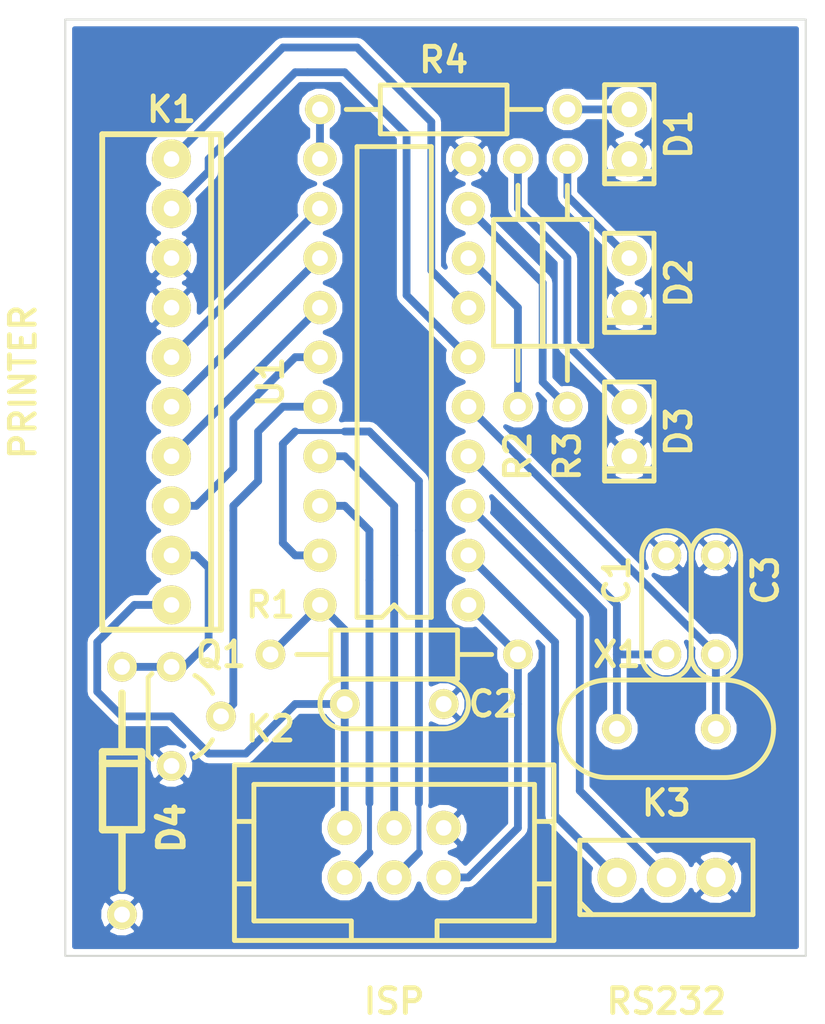
<source format=kicad_pcb>
(kicad_pcb (version 4) (host pcbnew "(2015-02-26 BZR 5453)-product")

  (general
    (links 42)
    (no_connects 0)
    (area 32.520048 49 78.000001 101.598)
    (thickness 1.6)
    (drawings 4)
    (tracks 104)
    (zones 0)
    (modules 17)
    (nets 25)
  )

  (page A4)
  (title_block
    (title Haxmark)
    (rev A)
    (company fruchti)
  )

  (layers
    (0 F.Cu signal)
    (31 B.Cu signal)
    (32 B.Adhes user)
    (33 F.Adhes user)
    (34 B.Paste user)
    (35 F.Paste user)
    (36 B.SilkS user)
    (37 F.SilkS user)
    (38 B.Mask user)
    (39 F.Mask user)
    (40 Dwgs.User user)
    (41 Cmts.User user)
    (42 Eco1.User user)
    (43 Eco2.User user)
    (44 Edge.Cuts user)
    (45 Margin user)
    (46 B.CrtYd user)
    (47 F.CrtYd user)
    (48 B.Fab user)
    (49 F.Fab user)
  )

  (setup
    (last_trace_width 0.254)
    (user_trace_width 0.4)
    (trace_clearance 0.254)
    (zone_clearance 0.3)
    (zone_45_only no)
    (trace_min 0.254)
    (segment_width 0.2)
    (edge_width 0.1)
    (via_size 0.889)
    (via_drill 0.635)
    (via_min_size 0.889)
    (via_min_drill 0.508)
    (uvia_size 0.508)
    (uvia_drill 0.127)
    (uvias_allowed no)
    (uvia_min_size 0.508)
    (uvia_min_drill 0.127)
    (pcb_text_width 0.3)
    (pcb_text_size 1.5 1.5)
    (mod_edge_width 0.15)
    (mod_text_size 1 1)
    (mod_text_width 0.15)
    (pad_size 1.75 1.75)
    (pad_drill 0.8001)
    (pad_to_mask_clearance 0)
    (aux_axis_origin 0 0)
    (visible_elements FFFFFF7F)
    (pcbplotparams
      (layerselection 0x00020_00000000)
      (usegerberextensions false)
      (excludeedgelayer false)
      (linewidth 0.100000)
      (plotframeref false)
      (viasonmask false)
      (mode 1)
      (useauxorigin false)
      (hpglpennumber 1)
      (hpglpenspeed 20)
      (hpglpendiameter 15)
      (hpglpenoverlay 2)
      (psnegative false)
      (psa4output false)
      (plotreference true)
      (plotvalue true)
      (plotinvisibletext false)
      (padsonsilk true)
      (subtractmaskfromsilk false)
      (outputformat 2)
      (mirror false)
      (drillshape 1)
      (scaleselection 1)
      (outputdirectory ""))
  )

  (net 0 "")
  (net 1 "Net-(C1-Pad1)")
  (net 2 GND)
  (net 3 +5V)
  (net 4 "Net-(C3-Pad1)")
  (net 5 "Net-(D1-Pad1)")
  (net 6 "Net-(D2-Pad1)")
  (net 7 "Net-(D3-Pad1)")
  (net 8 /CLUTCH)
  (net 9 /HALL)
  (net 10 /OPPN)
  (net 11 /EXIT)
  (net 12 /MPF)
  (net 13 /PIN)
  (net 14 /NPIN)
  (net 15 /MOSI)
  (net 16 /MISO)
  (net 17 /SCK)
  (net 18 /RESET)
  (net 19 "Net-(K3-Pad1)")
  (net 20 "Net-(K3-Pad2)")
  (net 21 /CLTCH)
  (net 22 "Net-(R2-Pad1)")
  (net 23 "Net-(R3-Pad1)")
  (net 24 "Net-(R4-Pad1)")

  (net_class Default "This is the default net class."
    (clearance 0.254)
    (trace_width 0.254)
    (via_dia 0.889)
    (via_drill 0.635)
    (uvia_dia 0.508)
    (uvia_drill 0.127)
    (add_net +5V)
    (add_net /CLTCH)
    (add_net /CLUTCH)
    (add_net /EXIT)
    (add_net /HALL)
    (add_net /MISO)
    (add_net /MOSI)
    (add_net /MPF)
    (add_net /NPIN)
    (add_net /OPPN)
    (add_net /PIN)
    (add_net /RESET)
    (add_net /SCK)
    (add_net GND)
    (add_net "Net-(C1-Pad1)")
    (add_net "Net-(C3-Pad1)")
    (add_net "Net-(D1-Pad1)")
    (add_net "Net-(D2-Pad1)")
    (add_net "Net-(D3-Pad1)")
    (add_net "Net-(K3-Pad1)")
    (add_net "Net-(K3-Pad2)")
    (add_net "Net-(R2-Pad1)")
    (add_net "Net-(R3-Pad1)")
    (add_net "Net-(R4-Pad1)")
  )

  (module rcl:C_200 (layer F.Cu) (tedit 5542584F) (tstamp 553A723F)
    (at 69.85 80.01 90)
    (path /553A6EFF)
    (fp_text reference C1 (at 1.27 -2.54 90) (layer F.SilkS)
      (effects (font (size 1.27 1.27) (thickness 0.25)))
    )
    (fp_text value 22p (at 0 2.54 90) (layer F.SilkS) hide
      (effects (font (size 1.27 1.27) (thickness 0.25)))
    )
    (fp_line (start 2.54 1.27) (end -2.54 1.27) (layer F.SilkS) (width 0.25))
    (fp_line (start 2.54 -1.27) (end -2.54 -1.27) (layer F.SilkS) (width 0.25))
    (fp_arc (start 2.54 0) (end 3.81 0) (angle 90) (layer F.SilkS) (width 0.25))
    (fp_arc (start 2.54 0) (end 2.54 -1.27) (angle 90) (layer F.SilkS) (width 0.25))
    (fp_arc (start -2.54 0) (end -2.54 1.27) (angle 90) (layer F.SilkS) (width 0.25))
    (fp_arc (start -2.54 0) (end -3.81 0) (angle 90) (layer F.SilkS) (width 0.25))
    (pad 1 thru_hole circle (at -2.54 0 90) (size 1.524 1.524) (drill 0.8128) (layers *.Cu *.Mask F.SilkS)
      (net 1 "Net-(C1-Pad1)"))
    (pad 2 thru_hole circle (at 2.54 0 90) (size 1.524 1.524) (drill 0.8128) (layers *.Cu *.Mask F.SilkS)
      (net 2 GND))
  )

  (module rcl:C_200 (layer F.Cu) (tedit 55425793) (tstamp 553A7245)
    (at 55.88 85.09)
    (path /553A704D)
    (fp_text reference C2 (at 5.08 0) (layer F.SilkS)
      (effects (font (size 1.27 1.27) (thickness 0.25)))
    )
    (fp_text value 100n (at 0 2.54) (layer F.SilkS) hide
      (effects (font (size 1.27 1.27) (thickness 0.25)))
    )
    (fp_line (start 2.54 1.27) (end -2.54 1.27) (layer F.SilkS) (width 0.25))
    (fp_line (start 2.54 -1.27) (end -2.54 -1.27) (layer F.SilkS) (width 0.25))
    (fp_arc (start 2.54 0) (end 3.81 0) (angle 90) (layer F.SilkS) (width 0.25))
    (fp_arc (start 2.54 0) (end 2.54 -1.27) (angle 90) (layer F.SilkS) (width 0.25))
    (fp_arc (start -2.54 0) (end -2.54 1.27) (angle 90) (layer F.SilkS) (width 0.25))
    (fp_arc (start -2.54 0) (end -3.81 0) (angle 90) (layer F.SilkS) (width 0.25))
    (pad 1 thru_hole circle (at -2.54 0) (size 1.524 1.524) (drill 0.8128) (layers *.Cu *.Mask F.SilkS)
      (net 3 +5V))
    (pad 2 thru_hole circle (at 2.54 0) (size 1.524 1.524) (drill 0.8128) (layers *.Cu *.Mask F.SilkS)
      (net 2 GND))
  )

  (module rcl:C_200 (layer F.Cu) (tedit 55425853) (tstamp 553A724B)
    (at 72.39 80.01 90)
    (path /553A6EBB)
    (fp_text reference C3 (at 1.27 2.54 90) (layer F.SilkS)
      (effects (font (size 1.27 1.27) (thickness 0.25)))
    )
    (fp_text value 22p (at 0 2.54 90) (layer F.SilkS) hide
      (effects (font (size 1.27 1.27) (thickness 0.25)))
    )
    (fp_line (start 2.54 1.27) (end -2.54 1.27) (layer F.SilkS) (width 0.25))
    (fp_line (start 2.54 -1.27) (end -2.54 -1.27) (layer F.SilkS) (width 0.25))
    (fp_arc (start 2.54 0) (end 3.81 0) (angle 90) (layer F.SilkS) (width 0.25))
    (fp_arc (start 2.54 0) (end 2.54 -1.27) (angle 90) (layer F.SilkS) (width 0.25))
    (fp_arc (start -2.54 0) (end -2.54 1.27) (angle 90) (layer F.SilkS) (width 0.25))
    (fp_arc (start -2.54 0) (end -3.81 0) (angle 90) (layer F.SilkS) (width 0.25))
    (pad 1 thru_hole circle (at -2.54 0 90) (size 1.524 1.524) (drill 0.8128) (layers *.Cu *.Mask F.SilkS)
      (net 4 "Net-(C3-Pad1)"))
    (pad 2 thru_hole circle (at 2.54 0 90) (size 1.524 1.524) (drill 0.8128) (layers *.Cu *.Mask F.SilkS)
      (net 2 GND))
  )

  (module do:DO35_500 (layer F.Cu) (tedit 55425782) (tstamp 553A7263)
    (at 41.91 89.535 90)
    (path /553A7553)
    (fp_text reference D4 (at -1.905 2.54 270) (layer F.SilkS)
      (effects (font (size 1.27 1.27) (thickness 0.3048)))
    )
    (fp_text value 36V (at -1.905 2.54 90) (layer F.SilkS) hide
      (effects (font (size 1.27 1.27) (thickness 0.3048)))
    )
    (fp_line (start 1.39954 1.00076) (end 1.39954 -1.00076) (layer F.SilkS) (width 0.381))
    (fp_line (start 1.99898 0) (end 5.00126 0) (layer F.SilkS) (width 0.381))
    (fp_line (start -1.99898 0) (end -5.00126 0) (layer F.SilkS) (width 0.381))
    (fp_line (start -1.99898 -1.00076) (end -1.99898 1.00076) (layer F.SilkS) (width 0.381))
    (fp_line (start -1.99898 1.00076) (end 1.99898 1.00076) (layer F.SilkS) (width 0.381))
    (fp_line (start 1.99898 1.00076) (end 1.99898 -1.00076) (layer F.SilkS) (width 0.381))
    (fp_line (start 1.99898 -1.00076) (end -1.99898 -1.00076) (layer F.SilkS) (width 0.381))
    (pad 1 thru_hole circle (at -6.35 0 90) (size 1.524 1.524) (drill 0.8128) (layers *.Cu *.Mask F.SilkS)
      (net 2 GND))
    (pad 2 thru_hole circle (at 6.35 0 90) (size 1.524 1.524) (drill 0.8128) (layers *.Cu *.Mask F.SilkS)
      (net 8 /CLUTCH))
  )

  (module conn:WSL6G (layer F.Cu) (tedit 5542583A) (tstamp 553A727B)
    (at 55.88 92.71)
    (path /553A6D83)
    (fp_text reference K2 (at -6.35 -6.35) (layer F.SilkS)
      (effects (font (size 1.27 1.27) (thickness 0.25)))
    )
    (fp_text value ISP (at 0 7.62) (layer F.SilkS)
      (effects (font (size 1.27 1.27) (thickness 0.25)))
    )
    (fp_line (start 8.19912 -1.6002) (end 7.2009 -1.6002) (layer F.SilkS) (width 0.25))
    (fp_line (start 8.19912 1.6002) (end 7.2009 1.6002) (layer F.SilkS) (width 0.25))
    (fp_line (start -7.2009 1.6002) (end -8.19912 1.6002) (layer F.SilkS) (width 0.25))
    (fp_line (start -7.2009 -1.6002) (end -8.19912 -1.6002) (layer F.SilkS) (width 0.25))
    (fp_line (start 2.19964 3.50012) (end 7.2009 3.50012) (layer F.SilkS) (width 0.25))
    (fp_line (start -7.2009 3.50012) (end -2.19964 3.50012) (layer F.SilkS) (width 0.25))
    (fp_line (start -7.2009 3.50012) (end -7.2009 -3.50012) (layer F.SilkS) (width 0.25))
    (fp_line (start -7.2009 -3.50012) (end 7.2009 -3.50012) (layer F.SilkS) (width 0.25))
    (fp_line (start 7.2009 -3.50012) (end 7.2009 3.50012) (layer F.SilkS) (width 0.25))
    (fp_line (start -2.19964 3.50012) (end -2.19964 4.50088) (layer F.SilkS) (width 0.25))
    (fp_line (start 2.19964 3.50012) (end 2.19964 4.50088) (layer F.SilkS) (width 0.25))
    (fp_line (start -8.19912 -4.50088) (end -8.19912 4.50088) (layer F.SilkS) (width 0.25))
    (fp_line (start -8.19912 4.50088) (end 8.19912 4.50088) (layer F.SilkS) (width 0.25))
    (fp_line (start 8.19912 4.50088) (end 8.19912 -4.50088) (layer F.SilkS) (width 0.25))
    (fp_line (start 8.19912 -4.50088) (end -8.19912 -4.50088) (layer F.SilkS) (width 0.25))
    (pad 6 thru_hole circle (at 2.54 -1.27) (size 1.75 1.75) (drill 0.8001) (layers *.Cu *.Mask F.SilkS)
      (net 2 GND))
    (pad 4 thru_hole circle (at 0 -1.27) (size 1.75 1.75) (drill 0.8001) (layers *.Cu *.Mask F.SilkS)
      (net 15 /MOSI))
    (pad 2 thru_hole circle (at -2.54 -1.27) (size 1.75 1.75) (drill 0.8001) (layers *.Cu *.Mask F.SilkS)
      (net 3 +5V))
    (pad 1 thru_hole circle (at -2.54 1.27) (size 1.75 1.75) (drill 0.8001) (layers *.Cu *.Mask F.SilkS)
      (net 16 /MISO))
    (pad 3 thru_hole circle (at 0 1.27) (size 1.75 1.75) (drill 0.8001) (layers *.Cu *.Mask F.SilkS)
      (net 17 /SCK))
    (pad 5 thru_hole circle (at 2.54 1.27) (size 1.75 1.75) (drill 0.8001) (layers *.Cu *.Mask F.SilkS)
      (net 18 /RESET))
  )

  (module conn:PINHEAD_1_3 (layer F.Cu) (tedit 55425846) (tstamp 553A7282)
    (at 69.85 93.98)
    (path /553A797C)
    (fp_text reference K3 (at 0 -3.81 180) (layer F.SilkS)
      (effects (font (size 1.27 1.27) (thickness 0.25)))
    )
    (fp_text value RS232 (at 0 6.35) (layer F.SilkS)
      (effects (font (size 1.27 1.27) (thickness 0.25)))
    )
    (fp_line (start -4.445 -1.905) (end 4.445 -1.905) (layer F.SilkS) (width 0.25))
    (fp_line (start -4.445 1.905) (end 4.445 1.905) (layer F.SilkS) (width 0.25))
    (fp_line (start -4.445 1.27) (end -3.81 1.905) (layer F.SilkS) (width 0.25))
    (fp_line (start 4.445 -1.905) (end 4.445 1.905) (layer F.SilkS) (width 0.25))
    (fp_line (start -4.445 -1.905) (end -4.445 1.905) (layer F.SilkS) (width 0.25))
    (pad 1 thru_hole circle (at -2.54 0) (size 1.99898 1.99898) (drill 1.00076) (layers *.Cu *.Mask F.SilkS)
      (net 19 "Net-(K3-Pad1)"))
    (pad 2 thru_hole circle (at 0 0) (size 1.99898 1.99898) (drill 1.00076) (layers *.Cu *.Mask F.SilkS)
      (net 20 "Net-(K3-Pad2)"))
    (pad 3 thru_hole circle (at 2.54 0) (size 1.99898 1.99898) (drill 1.00076) (layers *.Cu *.Mask F.SilkS)
      (net 2 GND))
  )

  (module to:TO92 (layer F.Cu) (tedit 5542576F) (tstamp 553A7289)
    (at 44.45 85.725)
    (path /553A7508)
    (fp_text reference Q1 (at 2.54 -3.175) (layer F.SilkS)
      (effects (font (size 1.27 1.27) (thickness 0.25)))
    )
    (fp_text value BS170 (at 5.08 1.905) (layer F.SilkS) hide
      (effects (font (size 1.27 1.27) (thickness 0.25)))
    )
    (fp_arc (start 0 0) (end 2.10058 1.19888) (angle 31) (layer F.SilkS) (width 0.25))
    (fp_arc (start 0 0) (end 1.19888 -2.10058) (angle 31) (layer F.SilkS) (width 0.25))
    (fp_line (start -1.19888 1.99898) (end -1.00076 2.19964) (layer F.SilkS) (width 0.25))
    (fp_line (start -1.19888 -1.99898) (end -1.00076 -2.19964) (layer F.SilkS) (width 0.25))
    (fp_line (start -1.19888 1.99898) (end -1.19888 -1.99898) (layer F.SilkS) (width 0.25))
    (pad 1 thru_hole circle (at 0 -2.54) (size 1.524 1.524) (drill 0.8128) (layers *.Cu *.Mask F.SilkS)
      (net 8 /CLUTCH))
    (pad 2 thru_hole circle (at 2.54 0) (size 1.524 1.524) (drill 0.8128) (layers *.Cu *.Mask F.SilkS)
      (net 21 /CLTCH))
    (pad 3 thru_hole circle (at 0 2.54) (size 1.524 1.524) (drill 0.8128) (layers *.Cu *.Mask F.SilkS)
      (net 2 GND))
  )

  (module rcl:R_0207_500 (layer F.Cu) (tedit 554258D2) (tstamp 553A728F)
    (at 55.88 82.55 180)
    (path /553A6DF8)
    (fp_text reference R1 (at 6.35 2.54 180) (layer F.SilkS)
      (effects (font (size 1.27 1.27) (thickness 0.25)))
    )
    (fp_text value 10k (at 0 0 180) (layer F.SilkS) hide
      (effects (font (size 1.27 1.27) (thickness 0.25)))
    )
    (fp_line (start 3.2512 0) (end 5.00126 0) (layer F.SilkS) (width 0.25))
    (fp_line (start -3.2512 0) (end -5.00126 0) (layer F.SilkS) (width 0.25))
    (fp_line (start -3.2512 -1.24968) (end 3.2512 -1.24968) (layer F.SilkS) (width 0.25))
    (fp_line (start 3.2512 -1.24968) (end 3.2512 1.24968) (layer F.SilkS) (width 0.25))
    (fp_line (start 3.2512 1.24968) (end -3.2512 1.24968) (layer F.SilkS) (width 0.25))
    (fp_line (start -3.2512 1.24968) (end -3.2512 -1.24968) (layer F.SilkS) (width 0.25))
    (pad 1 thru_hole circle (at -6.35 0 180) (size 1.524 1.524) (drill 0.8128) (layers *.Cu *.Mask F.SilkS)
      (net 18 /RESET))
    (pad 2 thru_hole circle (at 6.35 0 180) (size 1.524 1.524) (drill 0.8128) (layers *.Cu *.Mask F.SilkS)
      (net 3 +5V))
  )

  (module rcl:R_0207_500 (layer F.Cu) (tedit 55425825) (tstamp 553A7295)
    (at 62.23 63.5 90)
    (path /553A7D91)
    (fp_text reference R2 (at -8.89 0 90) (layer F.SilkS)
      (effects (font (size 1.27 1.27) (thickness 0.25)))
    )
    (fp_text value 1k (at 0 0 90) (layer F.SilkS) hide
      (effects (font (size 1.27 1.27) (thickness 0.25)))
    )
    (fp_line (start 3.2512 0) (end 5.00126 0) (layer F.SilkS) (width 0.25))
    (fp_line (start -3.2512 0) (end -5.00126 0) (layer F.SilkS) (width 0.25))
    (fp_line (start -3.2512 -1.24968) (end 3.2512 -1.24968) (layer F.SilkS) (width 0.25))
    (fp_line (start 3.2512 -1.24968) (end 3.2512 1.24968) (layer F.SilkS) (width 0.25))
    (fp_line (start 3.2512 1.24968) (end -3.2512 1.24968) (layer F.SilkS) (width 0.25))
    (fp_line (start -3.2512 1.24968) (end -3.2512 -1.24968) (layer F.SilkS) (width 0.25))
    (pad 1 thru_hole circle (at -6.35 0 90) (size 1.524 1.524) (drill 0.8128) (layers *.Cu *.Mask F.SilkS)
      (net 22 "Net-(R2-Pad1)"))
    (pad 2 thru_hole circle (at 6.35 0 90) (size 1.524 1.524) (drill 0.8128) (layers *.Cu *.Mask F.SilkS)
      (net 7 "Net-(D3-Pad1)"))
  )

  (module rcl:R_0207_500 (layer F.Cu) (tedit 55425821) (tstamp 553A729B)
    (at 64.77 63.5 90)
    (path /553A7F11)
    (fp_text reference R3 (at -8.89 0 90) (layer F.SilkS)
      (effects (font (size 1.27 1.27) (thickness 0.25)))
    )
    (fp_text value 1k (at 0 0 90) (layer F.SilkS) hide
      (effects (font (size 1.27 1.27) (thickness 0.25)))
    )
    (fp_line (start 3.2512 0) (end 5.00126 0) (layer F.SilkS) (width 0.25))
    (fp_line (start -3.2512 0) (end -5.00126 0) (layer F.SilkS) (width 0.25))
    (fp_line (start -3.2512 -1.24968) (end 3.2512 -1.24968) (layer F.SilkS) (width 0.25))
    (fp_line (start 3.2512 -1.24968) (end 3.2512 1.24968) (layer F.SilkS) (width 0.25))
    (fp_line (start 3.2512 1.24968) (end -3.2512 1.24968) (layer F.SilkS) (width 0.25))
    (fp_line (start -3.2512 1.24968) (end -3.2512 -1.24968) (layer F.SilkS) (width 0.25))
    (pad 1 thru_hole circle (at -6.35 0 90) (size 1.524 1.524) (drill 0.8128) (layers *.Cu *.Mask F.SilkS)
      (net 23 "Net-(R3-Pad1)"))
    (pad 2 thru_hole circle (at 6.35 0 90) (size 1.524 1.524) (drill 0.8128) (layers *.Cu *.Mask F.SilkS)
      (net 6 "Net-(D2-Pad1)"))
  )

  (module rcl:R_0207_500 (layer F.Cu) (tedit 554257FE) (tstamp 553A72A1)
    (at 58.42 54.61)
    (path /553A7F31)
    (fp_text reference R4 (at 0 -2.54) (layer F.SilkS)
      (effects (font (size 1.27 1.27) (thickness 0.25)))
    )
    (fp_text value 1k (at 0 0) (layer F.SilkS) hide
      (effects (font (size 1.27 1.27) (thickness 0.25)))
    )
    (fp_line (start 3.2512 0) (end 5.00126 0) (layer F.SilkS) (width 0.25))
    (fp_line (start -3.2512 0) (end -5.00126 0) (layer F.SilkS) (width 0.25))
    (fp_line (start -3.2512 -1.24968) (end 3.2512 -1.24968) (layer F.SilkS) (width 0.25))
    (fp_line (start 3.2512 -1.24968) (end 3.2512 1.24968) (layer F.SilkS) (width 0.25))
    (fp_line (start 3.2512 1.24968) (end -3.2512 1.24968) (layer F.SilkS) (width 0.25))
    (fp_line (start -3.2512 1.24968) (end -3.2512 -1.24968) (layer F.SilkS) (width 0.25))
    (pad 1 thru_hole circle (at -6.35 0) (size 1.524 1.524) (drill 0.8128) (layers *.Cu *.Mask F.SilkS)
      (net 24 "Net-(R4-Pad1)"))
    (pad 2 thru_hole circle (at 6.35 0) (size 1.524 1.524) (drill 0.8128) (layers *.Cu *.Mask F.SilkS)
      (net 5 "Net-(D1-Pad1)"))
  )

  (module dip:DIP20_300 (layer F.Cu) (tedit 5542580A) (tstamp 553A72B9)
    (at 55.88 68.58 90)
    (path /553A6D20)
    (fp_text reference U1 (at 0 -6.35 90) (layer F.SilkS)
      (effects (font (size 1.27 1.27) (thickness 0.25)))
    )
    (fp_text value ATTINY2313-20PU (at 0 0 90) (layer F.SilkS) hide
      (effects (font (size 1.27 1.27) (thickness 0.25)))
    )
    (fp_line (start 12.065 -1.905) (end -12.065 -1.905) (layer F.SilkS) (width 0.25))
    (fp_line (start -12.065 1.905) (end 12.065 1.905) (layer F.SilkS) (width 0.25))
    (fp_line (start 12.065 1.905) (end 12.065 -1.905) (layer F.SilkS) (width 0.25))
    (fp_line (start -12.065 -0.635) (end -12.065 -1.905) (layer F.SilkS) (width 0.25))
    (fp_line (start -12.065 1.905) (end -12.065 0.635) (layer F.SilkS) (width 0.25))
    (fp_line (start -12.065 -0.635) (end -11.43 0) (layer F.SilkS) (width 0.25))
    (fp_line (start -11.43 0) (end -12.065 0.635) (layer F.SilkS) (width 0.25))
    (pad 6 thru_hole circle (at 1.27 3.81 90) (size 1.7 1.7) (drill 0.8128) (layers *.Cu *.Mask F.SilkS)
      (net 10 /OPPN))
    (pad 5 thru_hole circle (at -1.27 3.81 90) (size 1.7 1.7) (drill 0.8128) (layers *.Cu *.Mask F.SilkS)
      (net 4 "Net-(C3-Pad1)"))
    (pad 1 thru_hole circle (at -11.43 3.81 90) (size 1.7 1.7) (drill 0.8128) (layers *.Cu *.Mask F.SilkS)
      (net 18 /RESET))
    (pad 2 thru_hole circle (at -8.89 3.81 90) (size 1.7 1.7) (drill 0.8128) (layers *.Cu *.Mask F.SilkS)
      (net 19 "Net-(K3-Pad1)"))
    (pad 3 thru_hole circle (at -6.35 3.81 90) (size 1.7 1.7) (drill 0.8128) (layers *.Cu *.Mask F.SilkS)
      (net 20 "Net-(K3-Pad2)"))
    (pad 4 thru_hole circle (at -3.81 3.81 90) (size 1.7 1.7) (drill 0.8128) (layers *.Cu *.Mask F.SilkS)
      (net 1 "Net-(C1-Pad1)"))
    (pad 7 thru_hole circle (at 3.81 3.81 90) (size 1.7 1.7) (drill 0.8128) (layers *.Cu *.Mask F.SilkS)
      (net 9 /HALL))
    (pad 8 thru_hole circle (at 6.35 3.81 90) (size 1.7 1.7) (drill 0.8128) (layers *.Cu *.Mask F.SilkS)
      (net 22 "Net-(R2-Pad1)"))
    (pad 9 thru_hole circle (at 8.89 3.81 90) (size 1.7 1.7) (drill 0.8128) (layers *.Cu *.Mask F.SilkS)
      (net 23 "Net-(R3-Pad1)"))
    (pad 10 thru_hole circle (at 11.43 3.81 90) (size 1.7 1.7) (drill 0.8128) (layers *.Cu *.Mask F.SilkS)
      (net 2 GND))
    (pad 11 thru_hole circle (at 11.43 -3.81 90) (size 1.7 1.7) (drill 0.8128) (layers *.Cu *.Mask F.SilkS)
      (net 24 "Net-(R4-Pad1)"))
    (pad 12 thru_hole circle (at 8.89 -3.81 90) (size 1.7 1.7) (drill 0.8128) (layers *.Cu *.Mask F.SilkS)
      (net 14 /NPIN))
    (pad 13 thru_hole circle (at 6.35 -3.81 90) (size 1.7 1.7) (drill 0.8128) (layers *.Cu *.Mask F.SilkS)
      (net 13 /PIN))
    (pad 14 thru_hole circle (at 3.81 -3.81 90) (size 1.7 1.7) (drill 0.8128) (layers *.Cu *.Mask F.SilkS)
      (net 12 /MPF))
    (pad 15 thru_hole circle (at 1.27 -3.81 90) (size 1.7 1.7) (drill 0.8128) (layers *.Cu *.Mask F.SilkS)
      (net 11 /EXIT))
    (pad 16 thru_hole circle (at -1.27 -3.81 90) (size 1.7 1.7) (drill 0.8128) (layers *.Cu *.Mask F.SilkS)
      (net 21 /CLTCH))
    (pad 17 thru_hole circle (at -3.81 -3.81 90) (size 1.7 1.7) (drill 0.8128) (layers *.Cu *.Mask F.SilkS)
      (net 15 /MOSI))
    (pad 18 thru_hole circle (at -6.35 -3.81 90) (size 1.7 1.7) (drill 0.8128) (layers *.Cu *.Mask F.SilkS)
      (net 16 /MISO))
    (pad 19 thru_hole circle (at -8.89 -3.81 90) (size 1.7 1.7) (drill 0.8128) (layers *.Cu *.Mask F.SilkS)
      (net 17 /SCK))
    (pad 20 thru_hole circle (at -11.43 -3.81 90) (size 1.7 1.7) (drill 0.8128) (layers *.Cu *.Mask F.SilkS)
      (net 3 +5V))
  )

  (module rcl:XTAL_200 (layer F.Cu) (tedit 55425849) (tstamp 553A72BF)
    (at 69.85 86.36 180)
    (path /553A6E58)
    (fp_text reference X1 (at 2.54 3.81 180) (layer F.SilkS)
      (effects (font (size 1.27 1.27) (thickness 0.25)))
    )
    (fp_text value 8MHz (at 0 3.81 180) (layer F.SilkS) hide
      (effects (font (size 1.27 1.27) (thickness 0.25)))
    )
    (fp_line (start -3 2.5) (end 3 2.5) (layer F.SilkS) (width 0.25))
    (fp_line (start -3 -2.5) (end 3 -2.5) (layer F.SilkS) (width 0.25))
    (fp_arc (start 3 0) (end 3 -2.5) (angle 90) (layer F.SilkS) (width 0.25))
    (fp_arc (start 3 0) (end 5.5 0) (angle 90) (layer F.SilkS) (width 0.25))
    (fp_arc (start -3 0) (end -3 2.5) (angle 90) (layer F.SilkS) (width 0.25))
    (fp_arc (start -3 0) (end -5.5 0) (angle 90) (layer F.SilkS) (width 0.25))
    (pad 1 thru_hole circle (at -2.54 0 180) (size 1.524 1.524) (drill 0.8128) (layers *.Cu *.Mask F.SilkS)
      (net 4 "Net-(C3-Pad1)"))
    (pad 2 thru_hole circle (at 2.54 0 180) (size 1.524 1.524) (drill 0.8128) (layers *.Cu *.Mask F.SilkS)
      (net 1 "Net-(C1-Pad1)"))
  )

  (module conn:PSS254-10G (layer F.Cu) (tedit 55425813) (tstamp 553A7993)
    (at 44.45 68.58 90)
    (path /553A8615)
    (fp_text reference K1 (at 13.97 0 180) (layer F.SilkS)
      (effects (font (size 1.27 1.27) (thickness 0.25)))
    )
    (fp_text value PRINTER (at 0 -7.62 90) (layer F.SilkS)
      (effects (font (size 1.27 1.27) (thickness 0.25)))
    )
    (fp_line (start -12.7 2.54) (end 12.7 2.54) (layer F.SilkS) (width 0.29972))
    (fp_line (start -12.7 2.032) (end 12.7 2.032) (layer F.SilkS) (width 0.29972))
    (fp_line (start -12.7 -3.556) (end 12.7 -3.556) (layer F.SilkS) (width 0.29972))
    (fp_line (start 12.7 -3.556) (end 12.7 2.54) (layer F.SilkS) (width 0.29972))
    (fp_line (start -12.7 2.54) (end -12.7 -3.556) (layer F.SilkS) (width 0.29972))
    (pad 9 thru_hole circle (at 8.89 0 90) (size 1.99898 1.99898) (drill 0.8001) (layers *.Cu *.Mask F.SilkS)
      (net 10 /OPPN))
    (pad 10 thru_hole circle (at 11.43 0 90) (size 1.99898 1.99898) (drill 0.8001) (layers *.Cu *.Mask F.SilkS)
      (net 9 /HALL))
    (pad 8 thru_hole circle (at 6.35 0 90) (size 1.99898 1.99898) (drill 0.8001) (layers *.Cu *.Mask F.SilkS)
      (net 2 GND))
    (pad 7 thru_hole circle (at 3.81 0 90) (size 1.99898 1.99898) (drill 0.8001) (layers *.Cu *.Mask F.SilkS)
      (net 2 GND))
    (pad 6 thru_hole circle (at 1.27 0 90) (size 1.99898 1.99898) (drill 0.8001) (layers *.Cu *.Mask F.SilkS)
      (net 14 /NPIN))
    (pad 5 thru_hole circle (at -1.27 0 90) (size 1.99898 1.99898) (drill 0.8001) (layers *.Cu *.Mask F.SilkS)
      (net 13 /PIN))
    (pad 1 thru_hole circle (at -11.43 0 90) (size 1.99898 1.99898) (drill 0.8001) (layers *.Cu *.Mask F.SilkS)
      (net 3 +5V))
    (pad 2 thru_hole circle (at -8.89 0 90) (size 1.99898 1.99898) (drill 0.8001) (layers *.Cu *.Mask F.SilkS)
      (net 8 /CLUTCH))
    (pad 3 thru_hole circle (at -6.35 0 90) (size 1.99898 1.99898) (drill 0.8001) (layers *.Cu *.Mask F.SilkS)
      (net 11 /EXIT))
    (pad 4 thru_hole circle (at -3.81 0 90) (size 1.99898 1.99898) (drill 0.8001) (layers *.Cu *.Mask F.SilkS)
      (net 12 /MPF))
  )

  (module led:LED_RECT (layer F.Cu) (tedit 55425AF6) (tstamp 553A7251)
    (at 67.945 55.88 270)
    (path /553A7F4B)
    (fp_text reference D1 (at 0 -2.54 270) (layer F.SilkS)
      (effects (font (size 1.27 1.27) (thickness 0.25)))
    )
    (fp_text value rd (at 0 2.54 270) (layer F.SilkS) hide
      (effects (font (size 1.27 1.27) (thickness 0.25)))
    )
    (fp_line (start 1.905 -1.27) (end 1.905 1.27) (layer F.SilkS) (width 0.25))
    (fp_line (start 2.032 1.27) (end 2.032 -1.27) (layer F.SilkS) (width 0.25))
    (fp_line (start 2.54 1.27) (end 2.54 -1.27) (layer F.SilkS) (width 0.25))
    (fp_line (start 2.54 -1.27) (end -2.54 -1.27) (layer F.SilkS) (width 0.25))
    (fp_line (start -2.54 -1.27) (end -2.54 1.27) (layer F.SilkS) (width 0.25))
    (fp_line (start -2.54 1.27) (end 2.54 1.27) (layer F.SilkS) (width 0.25))
    (pad 1 thru_hole circle (at -1.27 0 270) (size 1.80086 1.80086) (drill 0.8001) (layers *.Cu *.Mask F.SilkS)
      (net 5 "Net-(D1-Pad1)"))
    (pad 2 thru_hole circle (at 1.27 0 270) (size 1.80086 1.80086) (drill 0.8001) (layers *.Cu *.Mask F.SilkS)
      (net 2 GND))
  )

  (module led:LED_RECT (layer F.Cu) (tedit 55425AF1) (tstamp 553A7257)
    (at 67.945 63.5 270)
    (path /553A8062)
    (fp_text reference D2 (at 0 -2.54 270) (layer F.SilkS)
      (effects (font (size 1.27 1.27) (thickness 0.25)))
    )
    (fp_text value ye (at 0 2.54 270) (layer F.SilkS) hide
      (effects (font (size 1.27 1.27) (thickness 0.25)))
    )
    (fp_line (start 1.905 -1.27) (end 1.905 1.27) (layer F.SilkS) (width 0.25))
    (fp_line (start 2.032 1.27) (end 2.032 -1.27) (layer F.SilkS) (width 0.25))
    (fp_line (start 2.54 1.27) (end 2.54 -1.27) (layer F.SilkS) (width 0.25))
    (fp_line (start 2.54 -1.27) (end -2.54 -1.27) (layer F.SilkS) (width 0.25))
    (fp_line (start -2.54 -1.27) (end -2.54 1.27) (layer F.SilkS) (width 0.25))
    (fp_line (start -2.54 1.27) (end 2.54 1.27) (layer F.SilkS) (width 0.25))
    (pad 1 thru_hole circle (at -1.27 0 270) (size 1.80086 1.80086) (drill 0.8001) (layers *.Cu *.Mask F.SilkS)
      (net 6 "Net-(D2-Pad1)"))
    (pad 2 thru_hole circle (at 1.27 0 270) (size 1.80086 1.80086) (drill 0.8001) (layers *.Cu *.Mask F.SilkS)
      (net 2 GND))
  )

  (module led:LED_RECT (layer F.Cu) (tedit 55425AED) (tstamp 553A725D)
    (at 67.945 71.12 270)
    (path /553A808B)
    (fp_text reference D3 (at 0 -2.54 270) (layer F.SilkS)
      (effects (font (size 1.27 1.27) (thickness 0.25)))
    )
    (fp_text value gn (at 0 2.54 270) (layer F.SilkS) hide
      (effects (font (size 1.27 1.27) (thickness 0.25)))
    )
    (fp_line (start 1.905 -1.27) (end 1.905 1.27) (layer F.SilkS) (width 0.25))
    (fp_line (start 2.032 1.27) (end 2.032 -1.27) (layer F.SilkS) (width 0.25))
    (fp_line (start 2.54 1.27) (end 2.54 -1.27) (layer F.SilkS) (width 0.25))
    (fp_line (start 2.54 -1.27) (end -2.54 -1.27) (layer F.SilkS) (width 0.25))
    (fp_line (start -2.54 -1.27) (end -2.54 1.27) (layer F.SilkS) (width 0.25))
    (fp_line (start -2.54 1.27) (end 2.54 1.27) (layer F.SilkS) (width 0.25))
    (pad 1 thru_hole circle (at -1.27 0 270) (size 1.80086 1.80086) (drill 0.8001) (layers *.Cu *.Mask F.SilkS)
      (net 7 "Net-(D3-Pad1)"))
    (pad 2 thru_hole circle (at 1.27 0 270) (size 1.80086 1.80086) (drill 0.8001) (layers *.Cu *.Mask F.SilkS)
      (net 2 GND))
  )

  (gr_line (start 77 50) (end 39 50) (angle 90) (layer Edge.Cuts) (width 0.1))
  (gr_line (start 77 98) (end 39 98) (angle 90) (layer Edge.Cuts) (width 0.1))
  (gr_line (start 77 50) (end 77 98) (angle 90) (layer Edge.Cuts) (width 0.1))
  (gr_line (start 39 98) (end 39 50) (angle 90) (layer Edge.Cuts) (width 0.1))

  (segment (start 69.85 82.55) (end 67.31 82.55) (width 0.4) (layer B.Cu) (net 1))
  (segment (start 67.31 86.36) (end 67.31 82.55) (width 0.4) (layer B.Cu) (net 1))
  (segment (start 67.31 82.55) (end 67.31 80.01) (width 0.4) (layer B.Cu) (net 1) (tstamp 553A77AA))
  (segment (start 67.31 80.01) (end 59.69 72.39) (width 0.4) (layer B.Cu) (net 1) (tstamp 553A77A4))
  (segment (start 50.8 85.09) (end 53.34 85.09) (width 0.4) (layer B.Cu) (net 3) (tstamp 553A76E5))
  (segment (start 48.26 87.63) (end 50.8 85.09) (width 0.4) (layer B.Cu) (net 3) (tstamp 553A76E4))
  (segment (start 46.355 87.63) (end 48.26 87.63) (width 0.4) (layer B.Cu) (net 3) (tstamp 553A76E2))
  (segment (start 44.45 85.725) (end 46.355 87.63) (width 0.4) (layer B.Cu) (net 3) (tstamp 553A76E0))
  (segment (start 41.91 85.725) (end 44.45 85.725) (width 0.4) (layer B.Cu) (net 3) (tstamp 553A76DF))
  (segment (start 40.64 84.455) (end 41.91 85.725) (width 0.4) (layer B.Cu) (net 3) (tstamp 553A76DE))
  (segment (start 40.64 81.915) (end 40.64 84.455) (width 0.4) (layer B.Cu) (net 3) (tstamp 553A76DC))
  (segment (start 52.07 80.01) (end 53.34 81.28) (width 0.4) (layer B.Cu) (net 3))
  (segment (start 53.34 81.28) (end 53.34 85.09) (width 0.4) (layer B.Cu) (net 3) (tstamp 553A74C2))
  (segment (start 53.34 85.09) (end 53.34 91.44) (width 0.4) (layer B.Cu) (net 3) (tstamp 553A74C3))
  (segment (start 49.53 82.55) (end 52.07 80.01) (width 0.4) (layer B.Cu) (net 3) (tstamp 553A747A))
  (segment (start 44.45 80.01) (end 42.545 80.01) (width 0.4) (layer B.Cu) (net 3))
  (segment (start 42.545 80.01) (end 40.64 81.915) (width 0.4) (layer B.Cu) (net 3) (tstamp 553A76D9))
  (segment (start 72.39 86.36) (end 72.39 82.55) (width 0.4) (layer B.Cu) (net 4))
  (segment (start 72.39 82.55) (end 59.69 69.85) (width 0.4) (layer B.Cu) (net 4) (tstamp 553A77A1))
  (segment (start 67.945 54.61) (end 64.77 54.61) (width 0.4) (layer B.Cu) (net 5))
  (segment (start 64.77 57.15) (end 64.77 59.055) (width 0.4) (layer B.Cu) (net 6))
  (segment (start 64.77 59.055) (end 67.945 62.23) (width 0.4) (layer B.Cu) (net 6) (tstamp 553A78E5))
  (segment (start 62.23 57.15) (end 62.23 59.69) (width 0.4) (layer B.Cu) (net 7))
  (segment (start 64.77 66.675) (end 67.945 69.85) (width 0.4) (layer B.Cu) (net 7) (tstamp 553A78DC))
  (segment (start 64.77 62.23) (end 64.77 66.675) (width 0.4) (layer B.Cu) (net 7) (tstamp 553A78DA))
  (segment (start 62.23 59.69) (end 64.77 62.23) (width 0.4) (layer B.Cu) (net 7) (tstamp 553A78D8))
  (segment (start 46.355 81.915) (end 46.355 78.105) (width 0.4) (layer B.Cu) (net 8) (tstamp 553A76EC))
  (segment (start 46.355 81.915) (end 45.085 83.185) (width 0.4) (layer B.Cu) (net 8) (tstamp 553A76EB))
  (segment (start 44.45 83.185) (end 45.085 83.185) (width 0.4) (layer B.Cu) (net 8))
  (segment (start 44.45 83.185) (end 41.91 83.185) (width 0.4) (layer B.Cu) (net 8))
  (segment (start 44.45 77.47) (end 45.72 77.47) (width 0.4) (layer B.Cu) (net 8))
  (segment (start 46.355 78.105) (end 45.72 77.47) (width 0.4) (layer B.Cu) (net 8) (tstamp 553A76ED))
  (segment (start 45.085 77.47) (end 44.45 77.47) (width 0.4) (layer B.Cu) (net 8) (tstamp 553A76F4))
  (segment (start 44.45 57.15) (end 48.895 52.705) (width 0.4) (layer B.Cu) (net 9))
  (segment (start 48.895 52.705) (end 50.165 51.435) (width 0.4) (layer B.Cu) (net 9) (tstamp 553A787E))
  (segment (start 57.785 62.865) (end 59.69 64.77) (width 0.4) (layer B.Cu) (net 9) (tstamp 553A7886))
  (segment (start 57.785 55.245) (end 57.785 62.865) (width 0.4) (layer B.Cu) (net 9) (tstamp 553A7884))
  (segment (start 53.975 51.435) (end 57.785 55.245) (width 0.4) (layer B.Cu) (net 9) (tstamp 553A7880))
  (segment (start 50.165 51.435) (end 53.975 51.435) (width 0.4) (layer B.Cu) (net 9) (tstamp 553A787F))
  (segment (start 51.435 52.705) (end 50.8 52.705) (width 0.4) (layer B.Cu) (net 10))
  (segment (start 51.435 52.705) (end 53.34 52.705) (width 0.4) (layer B.Cu) (net 10) (tstamp 553A7869))
  (segment (start 46.355 57.785) (end 44.45 59.69) (width 0.4) (layer B.Cu) (net 10) (tstamp 553A7954))
  (segment (start 46.355 57.15) (end 46.355 57.785) (width 0.4) (layer B.Cu) (net 10) (tstamp 553A7953))
  (segment (start 50.8 52.705) (end 46.355 57.15) (width 0.4) (layer B.Cu) (net 10) (tstamp 553A7952))
  (segment (start 44.45 59.69) (end 45.085 59.69) (width 0.4) (layer B.Cu) (net 10))
  (segment (start 53.34 52.705) (end 56.515 55.88) (width 0.4) (layer B.Cu) (net 10) (tstamp 553A786F))
  (segment (start 56.515 55.88) (end 56.515 64.135) (width 0.4) (layer B.Cu) (net 10) (tstamp 553A7876))
  (segment (start 59.69 67.31) (end 56.515 64.135) (width 0.4) (layer B.Cu) (net 10) (tstamp 553A787A))
  (segment (start 45.72 74.93) (end 44.45 74.93) (width 0.4) (layer B.Cu) (net 11) (tstamp 553A755A))
  (segment (start 47.625 73.025) (end 45.72 74.93) (width 0.4) (layer B.Cu) (net 11) (tstamp 553A7558))
  (segment (start 47.625 70.485) (end 47.625 73.025) (width 0.4) (layer B.Cu) (net 11) (tstamp 553A7556))
  (segment (start 52.07 67.31) (end 50.8 67.31) (width 0.4) (layer B.Cu) (net 11))
  (segment (start 50.8 67.31) (end 47.625 70.485) (width 0.4) (layer B.Cu) (net 11) (tstamp 553A7554))
  (segment (start 44.45 72.39) (end 52.07 64.77) (width 0.4) (layer B.Cu) (net 12))
  (segment (start 44.45 69.85) (end 52.07 62.23) (width 0.4) (layer B.Cu) (net 13))
  (segment (start 44.45 67.31) (end 52.07 59.69) (width 0.4) (layer B.Cu) (net 14))
  (segment (start 55.88 77.47) (end 55.88 74.93) (width 0.4) (layer B.Cu) (net 15))
  (segment (start 55.88 74.93) (end 53.34 72.39) (width 0.4) (layer B.Cu) (net 15) (tstamp 553A7483))
  (segment (start 52.07 72.39) (end 53.34 72.39) (width 0.4) (layer B.Cu) (net 15) (tstamp 553A7485))
  (segment (start 55.88 77.47) (end 55.88 91.44) (width 0.4) (layer B.Cu) (net 15))
  (segment (start 54.61 78.74) (end 54.61 76.2) (width 0.4) (layer B.Cu) (net 16))
  (segment (start 54.61 92.71) (end 54.61 90.17) (width 0.254) (layer B.Cu) (net 16) (tstamp 553A747D))
  (segment (start 54.61 90.17) (end 54.61 78.74) (width 0.4) (layer B.Cu) (net 16) (tstamp 553A747E))
  (segment (start 54.61 76.2) (end 53.34 74.93) (width 0.4) (layer B.Cu) (net 16) (tstamp 553A747F))
  (segment (start 52.07 74.93) (end 53.34 74.93) (width 0.4) (layer B.Cu) (net 16) (tstamp 553A7480))
  (segment (start 54.61 92.71) (end 53.34 93.98) (width 0.4) (layer B.Cu) (net 16))
  (segment (start 57.15 76.2) (end 57.15 73.66) (width 0.4) (layer B.Cu) (net 17))
  (segment (start 57.15 92.71) (end 57.15 90.17) (width 0.254) (layer B.Cu) (net 17) (tstamp 553A7488))
  (segment (start 57.15 90.17) (end 57.15 76.2) (width 0.4) (layer B.Cu) (net 17) (tstamp 553A7489))
  (segment (start 57.15 73.66) (end 54.61 71.12) (width 0.4) (layer B.Cu) (net 17) (tstamp 553A748A))
  (segment (start 54.61 71.12) (end 53.34 71.12) (width 0.4) (layer B.Cu) (net 17) (tstamp 553A748B))
  (segment (start 53.34 71.12) (end 50.8 71.12) (width 0.254) (layer B.Cu) (net 17) (tstamp 553A748C))
  (segment (start 50.8 71.12) (end 50.165 71.755) (width 0.4) (layer B.Cu) (net 17) (tstamp 553A748D))
  (segment (start 50.165 71.755) (end 50.165 76.835) (width 0.4) (layer B.Cu) (net 17) (tstamp 553A748E))
  (segment (start 50.165 76.835) (end 50.8 77.47) (width 0.4) (layer B.Cu) (net 17) (tstamp 553A748F))
  (segment (start 52.07 77.47) (end 50.8 77.47) (width 0.4) (layer B.Cu) (net 17) (tstamp 553A7490))
  (segment (start 57.15 92.71) (end 55.88 93.98) (width 0.4) (layer B.Cu) (net 17))
  (segment (start 62.23 82.55) (end 62.23 85.09) (width 0.4) (layer B.Cu) (net 18))
  (segment (start 59.69 93.98) (end 62.23 91.44) (width 0.4) (layer B.Cu) (net 18) (tstamp 553A7493))
  (segment (start 62.23 91.44) (end 62.23 85.09) (width 0.4) (layer B.Cu) (net 18) (tstamp 553A7494))
  (segment (start 59.69 93.98) (end 58.42 93.98) (width 0.4) (layer B.Cu) (net 18))
  (segment (start 62.23 82.55) (end 59.69 80.01) (width 0.4) (layer B.Cu) (net 18))
  (segment (start 59.69 77.47) (end 60.325 77.47) (width 0.4) (layer B.Cu) (net 19))
  (segment (start 59.69 77.47) (end 64.135 81.915) (width 0.4) (layer B.Cu) (net 19) (tstamp 553A7734))
  (segment (start 64.135 81.915) (end 64.135 90.805) (width 0.4) (layer B.Cu) (net 19) (tstamp 553A7737))
  (segment (start 64.135 90.805) (end 67.31 93.98) (width 0.4) (layer B.Cu) (net 19) (tstamp 553A7739) (status 20))
  (segment (start 65.405 80.645) (end 65.405 89.535) (width 0.4) (layer B.Cu) (net 20) (tstamp 553A7743))
  (segment (start 64.77 80.01) (end 65.405 80.645) (width 0.4) (layer B.Cu) (net 20) (tstamp 553A7740))
  (segment (start 59.69 74.93) (end 64.77 80.01) (width 0.4) (layer B.Cu) (net 20))
  (segment (start 65.405 89.535) (end 69.85 93.98) (width 0.4) (layer B.Cu) (net 20) (tstamp 553A7745) (status 20))
  (segment (start 59.69 74.93) (end 60.325 74.93) (width 0.4) (layer B.Cu) (net 20))
  (segment (start 47.625 76.2) (end 47.625 74.93) (width 0.4) (layer B.Cu) (net 21))
  (segment (start 47.625 85.09) (end 47.625 76.2) (width 0.4) (layer B.Cu) (net 21) (tstamp 553A76FD))
  (segment (start 46.99 85.725) (end 47.625 85.09) (width 0.4) (layer B.Cu) (net 21))
  (segment (start 50.165 69.85) (end 52.07 69.85) (width 0.4) (layer B.Cu) (net 21) (tstamp 553A7712))
  (segment (start 48.895 71.12) (end 50.165 69.85) (width 0.4) (layer B.Cu) (net 21) (tstamp 553A7711))
  (segment (start 48.895 73.66) (end 48.895 71.12) (width 0.4) (layer B.Cu) (net 21) (tstamp 553A7710))
  (segment (start 47.625 74.93) (end 48.895 73.66) (width 0.4) (layer B.Cu) (net 21) (tstamp 553A770F))
  (segment (start 59.69 62.23) (end 62.23 64.77) (width 0.4) (layer B.Cu) (net 22))
  (segment (start 62.23 64.77) (end 62.23 69.85) (width 0.4) (layer B.Cu) (net 22) (tstamp 553A788A))
  (segment (start 59.69 59.69) (end 63.5 63.5) (width 0.4) (layer B.Cu) (net 23))
  (segment (start 63.5 68.58) (end 64.77 69.85) (width 0.4) (layer B.Cu) (net 23) (tstamp 553A78D5))
  (segment (start 63.5 63.5) (end 63.5 68.58) (width 0.4) (layer B.Cu) (net 23) (tstamp 553A78D4))
  (segment (start 52.07 57.15) (end 52.07 54.61) (width 0.4) (layer B.Cu) (net 24))

  (zone (net 2) (net_name GND) (layer B.Cu) (tstamp 553A78EB) (hatch edge 0.508)
    (connect_pads (clearance 0.3))
    (min_thickness 0.25)
    (fill yes (arc_segments 16) (thermal_gap 0.3) (thermal_bridge_width 0.3))
    (polygon
      (pts
        (xy 78 49) (xy 38 49) (xy 38 99) (xy 78 99)
      )
    )
    (filled_polygon
      (pts
        (xy 76.525 97.525) (xy 73.820392 97.525) (xy 73.820392 93.728137) (xy 73.615126 93.199921) (xy 73.581189 93.14913)
        (xy 73.581189 77.256024) (xy 73.40863 76.816463) (xy 73.383602 76.779007) (xy 73.188127 76.707228) (xy 73.152772 76.742583)
        (xy 73.152772 76.671873) (xy 73.080993 76.476398) (xy 72.64816 76.287599) (xy 72.176024 76.278811) (xy 71.736463 76.45137)
        (xy 71.699007 76.476398) (xy 71.627228 76.671873) (xy 72.39 77.434645) (xy 73.152772 76.671873) (xy 73.152772 76.742583)
        (xy 72.425355 77.47) (xy 73.188127 78.232772) (xy 73.383602 78.160993) (xy 73.572401 77.72816) (xy 73.581189 77.256024)
        (xy 73.581189 93.14913) (xy 73.579535 93.146655) (xy 73.577206 93.145589) (xy 73.577206 86.124927) (xy 73.396877 85.688497)
        (xy 73.06326 85.354297) (xy 73.015 85.334257) (xy 73.015 83.576091) (xy 73.061503 83.556877) (xy 73.395703 83.22326)
        (xy 73.576794 82.787145) (xy 73.577206 82.314927) (xy 73.396877 81.878497) (xy 73.152772 81.633965) (xy 73.152772 78.268127)
        (xy 72.39 77.505355) (xy 72.354645 77.54071) (xy 72.354645 77.47) (xy 71.591873 76.707228) (xy 71.396398 76.779007)
        (xy 71.207599 77.21184) (xy 71.198811 77.683976) (xy 71.37137 78.123537) (xy 71.396398 78.160993) (xy 71.591873 78.232772)
        (xy 72.354645 77.47) (xy 72.354645 77.54071) (xy 71.627228 78.268127) (xy 71.699007 78.463602) (xy 72.13184 78.652401)
        (xy 72.603976 78.661189) (xy 73.043537 78.48863) (xy 73.080993 78.463602) (xy 73.152772 78.268127) (xy 73.152772 81.633965)
        (xy 73.06326 81.544297) (xy 72.627145 81.363206) (xy 72.154927 81.362794) (xy 72.106632 81.382748) (xy 71.041189 80.317305)
        (xy 71.041189 77.256024) (xy 70.86863 76.816463) (xy 70.843602 76.779007) (xy 70.648127 76.707228) (xy 70.612772 76.742583)
        (xy 70.612772 76.671873) (xy 70.540993 76.476398) (xy 70.10816 76.287599) (xy 69.636024 76.278811) (xy 69.27562 76.420295)
        (xy 69.27562 72.153939) (xy 69.27562 64.533939) (xy 69.27562 56.913939) (xy 69.27066 56.901223) (xy 69.27066 54.347512)
        (xy 69.0693 53.860185) (xy 68.696776 53.48701) (xy 68.209801 53.2848) (xy 67.682512 53.28434) (xy 67.195185 53.4857)
        (xy 66.82201 53.858224) (xy 66.769367 53.985) (xy 65.796091 53.985) (xy 65.776877 53.938497) (xy 65.44326 53.604297)
        (xy 65.007145 53.423206) (xy 64.534927 53.422794) (xy 64.098497 53.603123) (xy 63.764297 53.93674) (xy 63.583206 54.372855)
        (xy 63.582794 54.845073) (xy 63.763123 55.281503) (xy 64.09674 55.615703) (xy 64.532855 55.796794) (xy 65.005073 55.797206)
        (xy 65.441503 55.616877) (xy 65.775703 55.28326) (xy 65.795742 55.235) (xy 66.769127 55.235) (xy 66.8207 55.359815)
        (xy 67.193224 55.73299) (xy 67.550301 55.881261) (xy 67.217702 56.011004) (xy 67.17103 56.042189) (xy 67.082403 56.252048)
        (xy 67.945 57.114645) (xy 68.807597 56.252048) (xy 68.71897 56.042189) (xy 68.345862 55.878484) (xy 68.694815 55.7343)
        (xy 69.06799 55.361776) (xy 69.2702 54.874801) (xy 69.27066 54.347512) (xy 69.27066 56.901223) (xy 69.083996 56.422702)
        (xy 69.052811 56.37603) (xy 68.842952 56.287403) (xy 67.980355 57.15) (xy 68.842952 58.012597) (xy 69.052811 57.92397)
        (xy 69.264669 57.441114) (xy 69.27562 56.913939) (xy 69.27562 64.533939) (xy 69.27066 64.521223) (xy 69.27066 61.967512)
        (xy 69.0693 61.480185) (xy 68.807597 61.218024) (xy 68.807597 58.047952) (xy 67.945 57.185355) (xy 67.909645 57.22071)
        (xy 67.909645 57.15) (xy 67.047048 56.287403) (xy 66.837189 56.37603) (xy 66.625331 56.858886) (xy 66.61438 57.386061)
        (xy 66.806004 57.877298) (xy 66.837189 57.92397) (xy 67.047048 58.012597) (xy 67.909645 57.15) (xy 67.909645 57.22071)
        (xy 67.082403 58.047952) (xy 67.17103 58.257811) (xy 67.653886 58.469669) (xy 68.181061 58.48062) (xy 68.672298 58.288996)
        (xy 68.71897 58.257811) (xy 68.807597 58.047952) (xy 68.807597 61.218024) (xy 68.696776 61.10701) (xy 68.209801 60.9048)
        (xy 67.682512 60.90434) (xy 67.555644 60.95676) (xy 65.395 58.796116) (xy 65.395 58.176091) (xy 65.441503 58.156877)
        (xy 65.775703 57.82326) (xy 65.956794 57.387145) (xy 65.957206 56.914927) (xy 65.776877 56.478497) (xy 65.44326 56.144297)
        (xy 65.007145 55.963206) (xy 64.534927 55.962794) (xy 64.098497 56.143123) (xy 63.764297 56.47674) (xy 63.583206 56.912855)
        (xy 63.582794 57.385073) (xy 63.763123 57.821503) (xy 64.09674 58.155703) (xy 64.145 58.175742) (xy 64.145 59.055)
        (xy 64.192575 59.294177) (xy 64.328058 59.496942) (xy 66.67159 61.840474) (xy 66.6198 61.965199) (xy 66.61934 62.492488)
        (xy 66.8207 62.979815) (xy 67.193224 63.35299) (xy 67.550301 63.501261) (xy 67.217702 63.631004) (xy 67.17103 63.662189)
        (xy 67.082403 63.872048) (xy 67.945 64.734645) (xy 68.807597 63.872048) (xy 68.71897 63.662189) (xy 68.345862 63.498484)
        (xy 68.694815 63.3543) (xy 69.06799 62.981776) (xy 69.2702 62.494801) (xy 69.27066 61.967512) (xy 69.27066 64.521223)
        (xy 69.083996 64.042702) (xy 69.052811 63.99603) (xy 68.842952 63.907403) (xy 67.980355 64.77) (xy 68.842952 65.632597)
        (xy 69.052811 65.54397) (xy 69.264669 65.061114) (xy 69.27562 64.533939) (xy 69.27562 72.153939) (xy 69.27066 72.141223)
        (xy 69.27066 69.587512) (xy 69.0693 69.100185) (xy 68.807597 68.838024) (xy 68.807597 65.667952) (xy 67.945 64.805355)
        (xy 67.909645 64.84071) (xy 67.909645 64.77) (xy 67.047048 63.907403) (xy 66.837189 63.99603) (xy 66.625331 64.478886)
        (xy 66.61438 65.006061) (xy 66.806004 65.497298) (xy 66.837189 65.54397) (xy 67.047048 65.632597) (xy 67.909645 64.77)
        (xy 67.909645 64.84071) (xy 67.082403 65.667952) (xy 67.17103 65.877811) (xy 67.653886 66.089669) (xy 68.181061 66.10062)
        (xy 68.672298 65.908996) (xy 68.71897 65.877811) (xy 68.807597 65.667952) (xy 68.807597 68.838024) (xy 68.696776 68.72701)
        (xy 68.209801 68.5248) (xy 67.682512 68.52434) (xy 67.555644 68.57676) (xy 65.395 66.416116) (xy 65.395 62.23)
        (xy 65.347425 61.990823) (xy 65.347424 61.990822) (xy 65.211942 61.788058) (xy 65.211938 61.788055) (xy 62.855 59.431116)
        (xy 62.855 58.176091) (xy 62.901503 58.156877) (xy 63.235703 57.82326) (xy 63.416794 57.387145) (xy 63.417206 56.914927)
        (xy 63.236877 56.478497) (xy 62.90326 56.144297) (xy 62.467145 55.963206) (xy 61.994927 55.962794) (xy 61.558497 56.143123)
        (xy 61.224297 56.47674) (xy 61.043206 56.912855) (xy 61.042794 57.385073) (xy 61.223123 57.821503) (xy 61.55674 58.155703)
        (xy 61.605 58.175742) (xy 61.605 59.69) (xy 61.652575 59.929177) (xy 61.788058 60.131942) (xy 64.145 62.488883)
        (xy 64.145 66.675) (xy 64.192575 66.914177) (xy 64.328058 67.116942) (xy 66.67159 69.460474) (xy 66.6198 69.585199)
        (xy 66.61934 70.112488) (xy 66.8207 70.599815) (xy 67.193224 70.97299) (xy 67.550301 71.121261) (xy 67.217702 71.251004)
        (xy 67.17103 71.282189) (xy 67.082403 71.492048) (xy 67.945 72.354645) (xy 68.807597 71.492048) (xy 68.71897 71.282189)
        (xy 68.345862 71.118484) (xy 68.694815 70.9743) (xy 69.06799 70.601776) (xy 69.2702 70.114801) (xy 69.27066 69.587512)
        (xy 69.27066 72.141223) (xy 69.083996 71.662702) (xy 69.052811 71.61603) (xy 68.842952 71.527403) (xy 67.980355 72.39)
        (xy 68.842952 73.252597) (xy 69.052811 73.16397) (xy 69.264669 72.681114) (xy 69.27562 72.153939) (xy 69.27562 76.420295)
        (xy 69.196463 76.45137) (xy 69.159007 76.476398) (xy 69.087228 76.671873) (xy 69.85 77.434645) (xy 70.612772 76.671873)
        (xy 70.612772 76.742583) (xy 69.885355 77.47) (xy 70.648127 78.232772) (xy 70.843602 78.160993) (xy 71.032401 77.72816)
        (xy 71.041189 77.256024) (xy 71.041189 80.317305) (xy 69.209519 78.485635) (xy 69.59184 78.652401) (xy 70.063976 78.661189)
        (xy 70.503537 78.48863) (xy 70.540993 78.463602) (xy 70.612772 78.268127) (xy 69.85 77.505355) (xy 69.835857 77.519497)
        (xy 69.800502 77.484142) (xy 69.814645 77.47) (xy 69.051873 76.707228) (xy 68.856398 76.779007) (xy 68.807597 76.890886)
        (xy 68.807597 73.287952) (xy 67.945 72.425355) (xy 67.909645 72.46071) (xy 67.909645 72.39) (xy 67.047048 71.527403)
        (xy 66.837189 71.61603) (xy 66.625331 72.098886) (xy 66.61438 72.626061) (xy 66.806004 73.117298) (xy 66.837189 73.16397)
        (xy 67.047048 73.252597) (xy 67.909645 72.39) (xy 67.909645 72.46071) (xy 67.082403 73.287952) (xy 67.17103 73.497811)
        (xy 67.653886 73.709669) (xy 68.181061 73.72062) (xy 68.672298 73.528996) (xy 68.71897 73.497811) (xy 68.807597 73.287952)
        (xy 68.807597 76.890886) (xy 68.667599 77.21184) (xy 68.658811 77.683976) (xy 68.820996 78.097112) (xy 61.59581 70.871926)
        (xy 61.992855 71.036794) (xy 62.465073 71.037206) (xy 62.901503 70.856877) (xy 63.235703 70.52326) (xy 63.416794 70.087145)
        (xy 63.417206 69.614927) (xy 63.252553 69.216437) (xy 63.602501 69.566385) (xy 63.583206 69.612855) (xy 63.582794 70.085073)
        (xy 63.763123 70.521503) (xy 64.09674 70.855703) (xy 64.532855 71.036794) (xy 65.005073 71.037206) (xy 65.441503 70.856877)
        (xy 65.775703 70.52326) (xy 65.956794 70.087145) (xy 65.957206 69.614927) (xy 65.776877 69.178497) (xy 65.44326 68.844297)
        (xy 65.007145 68.663206) (xy 64.534927 68.662794) (xy 64.486632 68.682748) (xy 64.125 68.321116) (xy 64.125 63.500005)
        (xy 64.125 63.5) (xy 64.125001 63.5) (xy 64.077425 63.260823) (xy 63.941942 63.058058) (xy 60.969827 60.085943)
        (xy 60.969827 56.921984) (xy 60.785148 56.449572) (xy 60.756205 56.406258) (xy 60.551586 56.323769) (xy 60.516231 56.359124)
        (xy 60.516231 56.288414) (xy 60.433742 56.083795) (xy 59.969108 55.880337) (xy 59.461984 55.870173) (xy 58.989572 56.054852)
        (xy 58.946258 56.083795) (xy 58.863769 56.288414) (xy 59.69 57.114645) (xy 60.516231 56.288414) (xy 60.516231 56.359124)
        (xy 59.725355 57.15) (xy 60.551586 57.976231) (xy 60.756205 57.893742) (xy 60.959663 57.429108) (xy 60.969827 56.921984)
        (xy 60.969827 60.085943) (xy 60.924825 60.040941) (xy 60.964778 59.944726) (xy 60.965221 59.437499) (xy 60.771523 58.968714)
        (xy 60.413173 58.609738) (xy 59.94989 58.417366) (xy 60.390428 58.245148) (xy 60.433742 58.216205) (xy 60.516231 58.011586)
        (xy 59.69 57.185355) (xy 59.654645 57.22071) (xy 59.654645 57.15) (xy 58.828414 56.323769) (xy 58.623795 56.406258)
        (xy 58.420337 56.870892) (xy 58.410173 57.378016) (xy 58.594852 57.850428) (xy 58.623795 57.893742) (xy 58.828414 57.976231)
        (xy 59.654645 57.15) (xy 59.654645 57.22071) (xy 58.863769 58.011586) (xy 58.946258 58.216205) (xy 59.410892 58.419663)
        (xy 59.424994 58.419945) (xy 58.968714 58.608477) (xy 58.609738 58.966827) (xy 58.415222 59.435274) (xy 58.414779 59.942501)
        (xy 58.608477 60.411286) (xy 58.966827 60.770262) (xy 59.424313 60.960226) (xy 58.968714 61.148477) (xy 58.609738 61.506827)
        (xy 58.415222 61.975274) (xy 58.414779 62.482501) (xy 58.505185 62.701301) (xy 58.41 62.606116) (xy 58.41 55.245005)
        (xy 58.41 55.245) (xy 58.410001 55.245) (xy 58.362425 55.005823) (xy 58.226942 54.803058) (xy 54.416942 50.993058)
        (xy 54.214177 50.857575) (xy 53.975 50.81) (xy 50.165 50.81) (xy 49.925822 50.857575) (xy 49.723058 50.993058)
        (xy 48.453058 52.263058) (xy 44.915314 55.800801) (xy 44.734592 55.725758) (xy 44.167895 55.725264) (xy 43.644146 55.941672)
        (xy 43.243081 56.342038) (xy 43.025758 56.865408) (xy 43.025264 57.432105) (xy 43.241672 57.955854) (xy 43.642038 58.356919)
        (xy 43.793679 58.419886) (xy 43.644146 58.481672) (xy 43.243081 58.882038) (xy 43.025758 59.405408) (xy 43.025264 59.972105)
        (xy 43.241672 60.495854) (xy 43.642038 60.896919) (xy 43.789816 60.958282) (xy 43.669921 61.004874) (xy 43.616655 61.040465)
        (xy 43.515972 61.260617) (xy 44.45 62.194645) (xy 45.384028 61.260617) (xy 45.283345 61.040465) (xy 45.103499 60.961279)
        (xy 45.255854 60.898328) (xy 45.656919 60.497962) (xy 45.874242 59.974592) (xy 45.874736 59.407895) (xy 45.799083 59.2248)
        (xy 46.796942 58.226942) (xy 46.932425 58.024177) (xy 46.98 57.785) (xy 46.98 57.408884) (xy 51.058884 53.33)
        (xy 51.435 53.33) (xy 53.081116 53.33) (xy 55.89 56.138884) (xy 55.89 64.135) (xy 55.937575 64.374177)
        (xy 56.073058 64.576942) (xy 58.455174 66.959058) (xy 58.415222 67.055274) (xy 58.414779 67.562501) (xy 58.608477 68.031286)
        (xy 58.966827 68.390262) (xy 59.424313 68.580226) (xy 58.968714 68.768477) (xy 58.609738 69.126827) (xy 58.415222 69.595274)
        (xy 58.414779 70.102501) (xy 58.608477 70.571286) (xy 58.966827 70.930262) (xy 59.424313 71.120226) (xy 58.968714 71.308477)
        (xy 58.609738 71.666827) (xy 58.415222 72.135274) (xy 58.414779 72.642501) (xy 58.608477 73.111286) (xy 58.966827 73.470262)
        (xy 59.424313 73.660226) (xy 58.968714 73.848477) (xy 58.609738 74.206827) (xy 58.415222 74.675274) (xy 58.414779 75.182501)
        (xy 58.608477 75.651286) (xy 58.966827 76.010262) (xy 59.424313 76.200226) (xy 58.968714 76.388477) (xy 58.609738 76.746827)
        (xy 58.415222 77.215274) (xy 58.414779 77.722501) (xy 58.608477 78.191286) (xy 58.966827 78.550262) (xy 59.424313 78.740226)
        (xy 58.968714 78.928477) (xy 58.609738 79.286827) (xy 58.415222 79.755274) (xy 58.414779 80.262501) (xy 58.608477 80.731286)
        (xy 58.966827 81.090262) (xy 59.435274 81.284778) (xy 59.942501 81.285221) (xy 60.040744 81.244627) (xy 61.062501 82.266385)
        (xy 61.043206 82.312855) (xy 61.042794 82.785073) (xy 61.223123 83.221503) (xy 61.55674 83.555703) (xy 61.605 83.575742)
        (xy 61.605 85.09) (xy 61.605 91.181116) (xy 59.725006 93.061109) (xy 59.725006 91.207996) (xy 59.611189 90.916533)
        (xy 59.611189 84.876024) (xy 59.43863 84.436463) (xy 59.413602 84.399007) (xy 59.218127 84.327228) (xy 58.455355 85.09)
        (xy 59.218127 85.852772) (xy 59.413602 85.780993) (xy 59.602401 85.34816) (xy 59.611189 84.876024) (xy 59.611189 90.916533)
        (xy 59.536884 90.726253) (xy 59.50683 90.681273) (xy 59.299615 90.595741) (xy 58.455355 91.44) (xy 59.299615 92.284259)
        (xy 59.50683 92.198727) (xy 59.714452 91.72506) (xy 59.725006 91.207996) (xy 59.725006 93.061109) (xy 59.52823 93.257885)
        (xy 59.522729 93.244571) (xy 59.157353 92.878556) (xy 58.746686 92.708032) (xy 59.133747 92.556884) (xy 59.178727 92.52683)
        (xy 59.264259 92.319615) (xy 58.42 91.475355) (xy 58.405857 91.489497) (xy 58.370502 91.454142) (xy 58.384645 91.44)
        (xy 58.370502 91.425857) (xy 58.405857 91.390502) (xy 58.42 91.404645) (xy 59.264259 90.560385) (xy 59.178727 90.35317)
        (xy 58.70506 90.145548) (xy 58.187996 90.134994) (xy 57.747768 90.306904) (xy 57.775 90.17) (xy 57.775 86.103663)
        (xy 58.16184 86.272401) (xy 58.633976 86.281189) (xy 59.073537 86.10863) (xy 59.110993 86.083602) (xy 59.182772 85.888127)
        (xy 58.42 85.125355) (xy 58.405857 85.139497) (xy 58.370502 85.104142) (xy 58.384645 85.09) (xy 58.370502 85.075857)
        (xy 58.405857 85.040502) (xy 58.42 85.054645) (xy 59.182772 84.291873) (xy 59.110993 84.096398) (xy 58.67816 83.907599)
        (xy 58.206024 83.898811) (xy 57.775 84.068018) (xy 57.775 76.2) (xy 57.775 73.66) (xy 57.727425 73.420823)
        (xy 57.727424 73.420822) (xy 57.591942 73.218058) (xy 57.591938 73.218055) (xy 55.051942 70.678058) (xy 54.849177 70.542575)
        (xy 54.61 70.495) (xy 53.34 70.495) (xy 53.168562 70.5291) (xy 53.344778 70.104726) (xy 53.345221 69.597499)
        (xy 53.151523 69.128714) (xy 52.793173 68.769738) (xy 52.335686 68.579773) (xy 52.791286 68.391523) (xy 53.150262 68.033173)
        (xy 53.344778 67.564726) (xy 53.345221 67.057499) (xy 53.151523 66.588714) (xy 52.793173 66.229738) (xy 52.335686 66.039773)
        (xy 52.791286 65.851523) (xy 53.150262 65.493173) (xy 53.344778 65.024726) (xy 53.345221 64.517499) (xy 53.151523 64.048714)
        (xy 52.793173 63.689738) (xy 52.335686 63.499773) (xy 52.791286 63.311523) (xy 53.150262 62.953173) (xy 53.344778 62.484726)
        (xy 53.345221 61.977499) (xy 53.151523 61.508714) (xy 52.793173 61.149738) (xy 52.335686 60.959773) (xy 52.791286 60.771523)
        (xy 53.150262 60.413173) (xy 53.344778 59.944726) (xy 53.345221 59.437499) (xy 53.151523 58.968714) (xy 52.793173 58.609738)
        (xy 52.335686 58.419773) (xy 52.791286 58.231523) (xy 53.150262 57.873173) (xy 53.344778 57.404726) (xy 53.345221 56.897499)
        (xy 53.151523 56.428714) (xy 52.793173 56.069738) (xy 52.695 56.028973) (xy 52.695 55.636091) (xy 52.741503 55.616877)
        (xy 53.075703 55.28326) (xy 53.256794 54.847145) (xy 53.257206 54.374927) (xy 53.076877 53.938497) (xy 52.74326 53.604297)
        (xy 52.307145 53.423206) (xy 51.834927 53.422794) (xy 51.398497 53.603123) (xy 51.064297 53.93674) (xy 50.883206 54.372855)
        (xy 50.882794 54.845073) (xy 51.063123 55.281503) (xy 51.39674 55.615703) (xy 51.445 55.635742) (xy 51.445 56.028692)
        (xy 51.348714 56.068477) (xy 50.989738 56.426827) (xy 50.795222 56.895274) (xy 50.794779 57.402501) (xy 50.988477 57.871286)
        (xy 51.346827 58.230262) (xy 51.804313 58.420226) (xy 51.348714 58.608477) (xy 50.989738 58.966827) (xy 50.795222 59.435274)
        (xy 50.794779 59.942501) (xy 50.835372 60.040744) (xy 45.869619 65.006497) (xy 45.880392 64.518137) (xy 45.880392 61.978137)
        (xy 45.675126 61.449921) (xy 45.639535 61.396655) (xy 45.419383 61.295972) (xy 44.485355 62.23) (xy 45.419383 63.164028)
        (xy 45.639535 63.063345) (xy 45.867894 62.544696) (xy 45.880392 61.978137) (xy 45.880392 64.518137) (xy 45.675126 63.989921)
        (xy 45.639535 63.936655) (xy 45.419383 63.835972) (xy 45.384028 63.871327) (xy 45.384028 63.800617) (xy 45.283345 63.580465)
        (xy 45.107161 63.502892) (xy 45.230079 63.455126) (xy 45.283345 63.419535) (xy 45.384028 63.199383) (xy 44.45 62.265355)
        (xy 44.414645 62.30071) (xy 44.414645 62.23) (xy 43.480617 61.295972) (xy 43.260465 61.396655) (xy 43.032106 61.915304)
        (xy 43.019608 62.481863) (xy 43.224874 63.010079) (xy 43.260465 63.063345) (xy 43.480617 63.164028) (xy 44.414645 62.23)
        (xy 44.414645 62.30071) (xy 43.515972 63.199383) (xy 43.616655 63.419535) (xy 43.792838 63.497107) (xy 43.669921 63.544874)
        (xy 43.616655 63.580465) (xy 43.515972 63.800617) (xy 44.45 64.734645) (xy 45.384028 63.800617) (xy 45.384028 63.871327)
        (xy 44.485355 64.77) (xy 44.499497 64.784142) (xy 44.464142 64.819497) (xy 44.45 64.805355) (xy 44.414645 64.84071)
        (xy 44.414645 64.77) (xy 43.480617 63.835972) (xy 43.260465 63.936655) (xy 43.032106 64.455304) (xy 43.019608 65.021863)
        (xy 43.224874 65.550079) (xy 43.260465 65.603345) (xy 43.480617 65.704028) (xy 44.414645 64.77) (xy 44.414645 64.84071)
        (xy 43.515972 65.739383) (xy 43.616655 65.959535) (xy 43.7965 66.03872) (xy 43.644146 66.101672) (xy 43.243081 66.502038)
        (xy 43.025758 67.025408) (xy 43.025264 67.592105) (xy 43.241672 68.115854) (xy 43.642038 68.516919) (xy 43.793679 68.579886)
        (xy 43.644146 68.641672) (xy 43.243081 69.042038) (xy 43.025758 69.565408) (xy 43.025264 70.132105) (xy 43.241672 70.655854)
        (xy 43.642038 71.056919) (xy 43.793679 71.119886) (xy 43.644146 71.181672) (xy 43.243081 71.582038) (xy 43.025758 72.105408)
        (xy 43.025264 72.672105) (xy 43.241672 73.195854) (xy 43.642038 73.596919) (xy 43.793679 73.659886) (xy 43.644146 73.721672)
        (xy 43.243081 74.122038) (xy 43.025758 74.645408) (xy 43.025264 75.212105) (xy 43.241672 75.735854) (xy 43.642038 76.136919)
        (xy 43.793679 76.199886) (xy 43.644146 76.261672) (xy 43.243081 76.662038) (xy 43.025758 77.185408) (xy 43.025264 77.752105)
        (xy 43.241672 78.275854) (xy 43.642038 78.676919) (xy 43.793679 78.739886) (xy 43.644146 78.801672) (xy 43.243081 79.202038)
        (xy 43.167108 79.385) (xy 42.545 79.385) (xy 42.305823 79.432575) (xy 42.103058 79.568058) (xy 40.198058 81.473058)
        (xy 40.062575 81.675823) (xy 40.015 81.915) (xy 40.015 84.455) (xy 40.062575 84.694177) (xy 40.198058 84.896942)
        (xy 41.468058 86.166942) (xy 41.670822 86.302425) (xy 41.670823 86.302425) (xy 41.91 86.35) (xy 44.191116 86.35)
        (xy 45.09048 87.249364) (xy 44.70816 87.082599) (xy 44.236024 87.073811) (xy 43.796463 87.24637) (xy 43.759007 87.271398)
        (xy 43.687228 87.466873) (xy 44.45 88.229645) (xy 44.464142 88.215502) (xy 44.499497 88.250857) (xy 44.485355 88.265)
        (xy 45.248127 89.027772) (xy 45.443602 88.955993) (xy 45.632401 88.52316) (xy 45.641189 88.051024) (xy 45.479003 87.637887)
        (xy 45.913058 88.071942) (xy 46.115823 88.207425) (xy 46.355 88.255) (xy 48.26 88.255) (xy 48.499177 88.207425)
        (xy 48.701942 88.071942) (xy 51.058883 85.715) (xy 52.313908 85.715) (xy 52.333123 85.761503) (xy 52.66674 86.095703)
        (xy 52.715 86.115742) (xy 52.715 90.291642) (xy 52.604571 90.337271) (xy 52.238556 90.702647) (xy 52.040226 91.180279)
        (xy 52.039774 91.697452) (xy 52.237271 92.175429) (xy 52.602647 92.541444) (xy 53.008984 92.710169) (xy 52.604571 92.877271)
        (xy 52.238556 93.242647) (xy 52.040226 93.720279) (xy 52.039774 94.237452) (xy 52.237271 94.715429) (xy 52.602647 95.081444)
        (xy 53.080279 95.279774) (xy 53.597452 95.280226) (xy 54.075429 95.082729) (xy 54.441444 94.717353) (xy 54.610169 94.311015)
        (xy 54.777271 94.715429) (xy 55.142647 95.081444) (xy 55.620279 95.279774) (xy 56.137452 95.280226) (xy 56.615429 95.082729)
        (xy 56.981444 94.717353) (xy 57.150169 94.311015) (xy 57.317271 94.715429) (xy 57.682647 95.081444) (xy 58.160279 95.279774)
        (xy 58.677452 95.280226) (xy 59.155429 95.082729) (xy 59.521444 94.717353) (xy 59.568097 94.605) (xy 59.69 94.605)
        (xy 59.929177 94.557425) (xy 60.131942 94.421942) (xy 62.671938 91.881944) (xy 62.671941 91.881942) (xy 62.671942 91.881942)
        (xy 62.807424 91.679178) (xy 62.807425 91.679177) (xy 62.855 91.44) (xy 62.855 85.09) (xy 62.855 83.576091)
        (xy 62.901503 83.556877) (xy 63.235703 83.22326) (xy 63.416794 82.787145) (xy 63.417206 82.314927) (xy 63.252553 81.916437)
        (xy 63.51 82.173884) (xy 63.51 90.805) (xy 63.557575 91.044177) (xy 63.693058 91.246942) (xy 65.960801 93.514685)
        (xy 65.885758 93.695408) (xy 65.885264 94.262105) (xy 66.101672 94.785854) (xy 66.502038 95.186919) (xy 67.025408 95.404242)
        (xy 67.592105 95.404736) (xy 68.115854 95.188328) (xy 68.516919 94.787962) (xy 68.579886 94.63632) (xy 68.641672 94.785854)
        (xy 69.042038 95.186919) (xy 69.565408 95.404242) (xy 70.132105 95.404736) (xy 70.655854 95.188328) (xy 71.056919 94.787962)
        (xy 71.118282 94.640183) (xy 71.164874 94.760079) (xy 71.200465 94.813345) (xy 71.420617 94.914028) (xy 72.354645 93.98)
        (xy 71.420617 93.045972) (xy 71.200465 93.146655) (xy 71.121279 93.3265) (xy 71.058328 93.174146) (xy 70.657962 92.773081)
        (xy 70.134592 92.555758) (xy 69.567895 92.555264) (xy 69.3848 92.630916) (xy 66.03 89.276116) (xy 66.03 80.645005)
        (xy 66.03 80.645) (xy 66.030001 80.645) (xy 65.982425 80.405823) (xy 65.846942 80.203059) (xy 65.846942 80.203058)
        (xy 65.846938 80.203055) (xy 65.211942 79.568058) (xy 60.924825 75.280941) (xy 60.964778 75.184726) (xy 60.965221 74.677499)
        (xy 60.874814 74.458698) (xy 66.685 80.268883) (xy 66.685 82.55) (xy 66.685 85.333908) (xy 66.638497 85.353123)
        (xy 66.304297 85.68674) (xy 66.123206 86.122855) (xy 66.122794 86.595073) (xy 66.303123 87.031503) (xy 66.63674 87.365703)
        (xy 67.072855 87.546794) (xy 67.545073 87.547206) (xy 67.981503 87.366877) (xy 68.315703 87.03326) (xy 68.496794 86.597145)
        (xy 68.497206 86.124927) (xy 68.316877 85.688497) (xy 67.98326 85.354297) (xy 67.935 85.334257) (xy 67.935 83.175)
        (xy 68.823908 83.175) (xy 68.843123 83.221503) (xy 69.17674 83.555703) (xy 69.612855 83.736794) (xy 70.085073 83.737206)
        (xy 70.521503 83.556877) (xy 70.855703 83.22326) (xy 71.036794 82.787145) (xy 71.037206 82.314927) (xy 70.872553 81.916437)
        (xy 71.222501 82.266385) (xy 71.203206 82.312855) (xy 71.202794 82.785073) (xy 71.383123 83.221503) (xy 71.71674 83.555703)
        (xy 71.765 83.575742) (xy 71.765 85.333908) (xy 71.718497 85.353123) (xy 71.384297 85.68674) (xy 71.203206 86.122855)
        (xy 71.202794 86.595073) (xy 71.383123 87.031503) (xy 71.71674 87.365703) (xy 72.152855 87.546794) (xy 72.625073 87.547206)
        (xy 73.061503 87.366877) (xy 73.395703 87.03326) (xy 73.576794 86.597145) (xy 73.577206 86.124927) (xy 73.577206 93.145589)
        (xy 73.359383 93.045972) (xy 73.324028 93.081327) (xy 73.324028 93.010617) (xy 73.223345 92.790465) (xy 72.704696 92.562106)
        (xy 72.138137 92.549608) (xy 71.609921 92.754874) (xy 71.556655 92.790465) (xy 71.455972 93.010617) (xy 72.39 93.944645)
        (xy 73.324028 93.010617) (xy 73.324028 93.081327) (xy 72.425355 93.98) (xy 73.359383 94.914028) (xy 73.579535 94.813345)
        (xy 73.807894 94.294696) (xy 73.820392 93.728137) (xy 73.820392 97.525) (xy 73.324028 97.525) (xy 73.324028 94.949383)
        (xy 72.39 94.015355) (xy 71.455972 94.949383) (xy 71.556655 95.169535) (xy 72.075304 95.397894) (xy 72.641863 95.410392)
        (xy 73.170079 95.205126) (xy 73.223345 95.169535) (xy 73.324028 94.949383) (xy 73.324028 97.525) (xy 45.212772 97.525)
        (xy 45.212772 89.063127) (xy 44.45 88.300355) (xy 44.414645 88.33571) (xy 44.414645 88.265) (xy 43.651873 87.502228)
        (xy 43.456398 87.574007) (xy 43.267599 88.00684) (xy 43.258811 88.478976) (xy 43.43137 88.918537) (xy 43.456398 88.955993)
        (xy 43.651873 89.027772) (xy 44.414645 88.265) (xy 44.414645 88.33571) (xy 43.687228 89.063127) (xy 43.759007 89.258602)
        (xy 44.19184 89.447401) (xy 44.663976 89.456189) (xy 45.103537 89.28363) (xy 45.140993 89.258602) (xy 45.212772 89.063127)
        (xy 45.212772 97.525) (xy 43.101189 97.525) (xy 43.101189 95.671024) (xy 42.92863 95.231463) (xy 42.903602 95.194007)
        (xy 42.708127 95.122228) (xy 42.672772 95.157583) (xy 42.672772 95.086873) (xy 42.600993 94.891398) (xy 42.16816 94.702599)
        (xy 41.696024 94.693811) (xy 41.256463 94.86637) (xy 41.219007 94.891398) (xy 41.147228 95.086873) (xy 41.91 95.849645)
        (xy 42.672772 95.086873) (xy 42.672772 95.157583) (xy 41.945355 95.885) (xy 42.708127 96.647772) (xy 42.903602 96.575993)
        (xy 43.092401 96.14316) (xy 43.101189 95.671024) (xy 43.101189 97.525) (xy 42.672772 97.525) (xy 42.672772 96.683127)
        (xy 41.91 95.920355) (xy 41.874645 95.95571) (xy 41.874645 95.885) (xy 41.111873 95.122228) (xy 40.916398 95.194007)
        (xy 40.727599 95.62684) (xy 40.718811 96.098976) (xy 40.89137 96.538537) (xy 40.916398 96.575993) (xy 41.111873 96.647772)
        (xy 41.874645 95.885) (xy 41.874645 95.95571) (xy 41.147228 96.683127) (xy 41.219007 96.878602) (xy 41.65184 97.067401)
        (xy 42.123976 97.076189) (xy 42.563537 96.90363) (xy 42.600993 96.878602) (xy 42.672772 96.683127) (xy 42.672772 97.525)
        (xy 39.475 97.525) (xy 39.475 50.475) (xy 76.525 50.475) (xy 76.525 97.525)
      )
    )
  )
)

</source>
